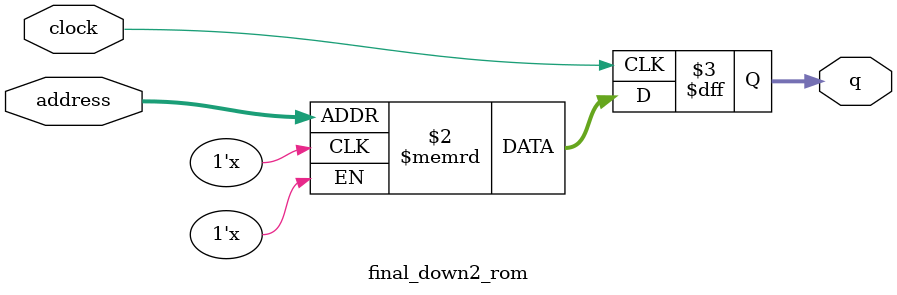
<source format=sv>
module final_down2_rom (
	input logic clock,
	input logic [9:0] address,
	output logic [2:0] q
);

logic [2:0] memory [0:1023] /* synthesis ram_init_file = "./final_down2/final_down2.mif" */;

always_ff @ (posedge clock) begin
	q <= memory[address];
end

endmodule

</source>
